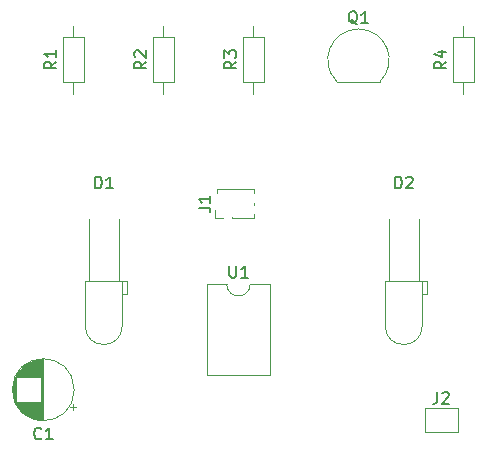
<source format=gbr>
%TF.GenerationSoftware,KiCad,Pcbnew,8.0.6*%
%TF.CreationDate,2025-05-05T14:00:36-04:00*%
%TF.ProjectId,blinkingLight,626c696e-6b69-46e6-974c-696768742e6b,rev?*%
%TF.SameCoordinates,Original*%
%TF.FileFunction,Legend,Top*%
%TF.FilePolarity,Positive*%
%FSLAX46Y46*%
G04 Gerber Fmt 4.6, Leading zero omitted, Abs format (unit mm)*
G04 Created by KiCad (PCBNEW 8.0.6) date 2025-05-05 14:00:36*
%MOMM*%
%LPD*%
G01*
G04 APERTURE LIST*
%ADD10C,0.150000*%
%ADD11C,0.120000*%
G04 APERTURE END LIST*
D10*
X109033333Y-120949580D02*
X108985714Y-120997200D01*
X108985714Y-120997200D02*
X108842857Y-121044819D01*
X108842857Y-121044819D02*
X108747619Y-121044819D01*
X108747619Y-121044819D02*
X108604762Y-120997200D01*
X108604762Y-120997200D02*
X108509524Y-120901961D01*
X108509524Y-120901961D02*
X108461905Y-120806723D01*
X108461905Y-120806723D02*
X108414286Y-120616247D01*
X108414286Y-120616247D02*
X108414286Y-120473390D01*
X108414286Y-120473390D02*
X108461905Y-120282914D01*
X108461905Y-120282914D02*
X108509524Y-120187676D01*
X108509524Y-120187676D02*
X108604762Y-120092438D01*
X108604762Y-120092438D02*
X108747619Y-120044819D01*
X108747619Y-120044819D02*
X108842857Y-120044819D01*
X108842857Y-120044819D02*
X108985714Y-120092438D01*
X108985714Y-120092438D02*
X109033333Y-120140057D01*
X109985714Y-121044819D02*
X109414286Y-121044819D01*
X109700000Y-121044819D02*
X109700000Y-120044819D01*
X109700000Y-120044819D02*
X109604762Y-120187676D01*
X109604762Y-120187676D02*
X109509524Y-120282914D01*
X109509524Y-120282914D02*
X109414286Y-120330533D01*
X143314819Y-89066666D02*
X142838628Y-89399999D01*
X143314819Y-89638094D02*
X142314819Y-89638094D01*
X142314819Y-89638094D02*
X142314819Y-89257142D01*
X142314819Y-89257142D02*
X142362438Y-89161904D01*
X142362438Y-89161904D02*
X142410057Y-89114285D01*
X142410057Y-89114285D02*
X142505295Y-89066666D01*
X142505295Y-89066666D02*
X142648152Y-89066666D01*
X142648152Y-89066666D02*
X142743390Y-89114285D01*
X142743390Y-89114285D02*
X142791009Y-89161904D01*
X142791009Y-89161904D02*
X142838628Y-89257142D01*
X142838628Y-89257142D02*
X142838628Y-89638094D01*
X142648152Y-88209523D02*
X143314819Y-88209523D01*
X142267200Y-88447618D02*
X142981485Y-88685713D01*
X142981485Y-88685713D02*
X142981485Y-88066666D01*
X110294819Y-89066666D02*
X109818628Y-89399999D01*
X110294819Y-89638094D02*
X109294819Y-89638094D01*
X109294819Y-89638094D02*
X109294819Y-89257142D01*
X109294819Y-89257142D02*
X109342438Y-89161904D01*
X109342438Y-89161904D02*
X109390057Y-89114285D01*
X109390057Y-89114285D02*
X109485295Y-89066666D01*
X109485295Y-89066666D02*
X109628152Y-89066666D01*
X109628152Y-89066666D02*
X109723390Y-89114285D01*
X109723390Y-89114285D02*
X109771009Y-89161904D01*
X109771009Y-89161904D02*
X109818628Y-89257142D01*
X109818628Y-89257142D02*
X109818628Y-89638094D01*
X110294819Y-88114285D02*
X110294819Y-88685713D01*
X110294819Y-88399999D02*
X109294819Y-88399999D01*
X109294819Y-88399999D02*
X109437676Y-88495237D01*
X109437676Y-88495237D02*
X109532914Y-88590475D01*
X109532914Y-88590475D02*
X109580533Y-88685713D01*
X117914819Y-89066666D02*
X117438628Y-89399999D01*
X117914819Y-89638094D02*
X116914819Y-89638094D01*
X116914819Y-89638094D02*
X116914819Y-89257142D01*
X116914819Y-89257142D02*
X116962438Y-89161904D01*
X116962438Y-89161904D02*
X117010057Y-89114285D01*
X117010057Y-89114285D02*
X117105295Y-89066666D01*
X117105295Y-89066666D02*
X117248152Y-89066666D01*
X117248152Y-89066666D02*
X117343390Y-89114285D01*
X117343390Y-89114285D02*
X117391009Y-89161904D01*
X117391009Y-89161904D02*
X117438628Y-89257142D01*
X117438628Y-89257142D02*
X117438628Y-89638094D01*
X117010057Y-88685713D02*
X116962438Y-88638094D01*
X116962438Y-88638094D02*
X116914819Y-88542856D01*
X116914819Y-88542856D02*
X116914819Y-88304761D01*
X116914819Y-88304761D02*
X116962438Y-88209523D01*
X116962438Y-88209523D02*
X117010057Y-88161904D01*
X117010057Y-88161904D02*
X117105295Y-88114285D01*
X117105295Y-88114285D02*
X117200533Y-88114285D01*
X117200533Y-88114285D02*
X117343390Y-88161904D01*
X117343390Y-88161904D02*
X117914819Y-88733332D01*
X117914819Y-88733332D02*
X117914819Y-88114285D01*
X125534819Y-89066666D02*
X125058628Y-89399999D01*
X125534819Y-89638094D02*
X124534819Y-89638094D01*
X124534819Y-89638094D02*
X124534819Y-89257142D01*
X124534819Y-89257142D02*
X124582438Y-89161904D01*
X124582438Y-89161904D02*
X124630057Y-89114285D01*
X124630057Y-89114285D02*
X124725295Y-89066666D01*
X124725295Y-89066666D02*
X124868152Y-89066666D01*
X124868152Y-89066666D02*
X124963390Y-89114285D01*
X124963390Y-89114285D02*
X125011009Y-89161904D01*
X125011009Y-89161904D02*
X125058628Y-89257142D01*
X125058628Y-89257142D02*
X125058628Y-89638094D01*
X124534819Y-88733332D02*
X124534819Y-88114285D01*
X124534819Y-88114285D02*
X124915771Y-88447618D01*
X124915771Y-88447618D02*
X124915771Y-88304761D01*
X124915771Y-88304761D02*
X124963390Y-88209523D01*
X124963390Y-88209523D02*
X125011009Y-88161904D01*
X125011009Y-88161904D02*
X125106247Y-88114285D01*
X125106247Y-88114285D02*
X125344342Y-88114285D01*
X125344342Y-88114285D02*
X125439580Y-88161904D01*
X125439580Y-88161904D02*
X125487200Y-88209523D01*
X125487200Y-88209523D02*
X125534819Y-88304761D01*
X125534819Y-88304761D02*
X125534819Y-88590475D01*
X125534819Y-88590475D02*
X125487200Y-88685713D01*
X125487200Y-88685713D02*
X125439580Y-88733332D01*
X122354819Y-101433333D02*
X123069104Y-101433333D01*
X123069104Y-101433333D02*
X123211961Y-101480952D01*
X123211961Y-101480952D02*
X123307200Y-101576190D01*
X123307200Y-101576190D02*
X123354819Y-101719047D01*
X123354819Y-101719047D02*
X123354819Y-101814285D01*
X123354819Y-100433333D02*
X123354819Y-101004761D01*
X123354819Y-100719047D02*
X122354819Y-100719047D01*
X122354819Y-100719047D02*
X122497676Y-100814285D01*
X122497676Y-100814285D02*
X122592914Y-100909523D01*
X122592914Y-100909523D02*
X122640533Y-101004761D01*
X124968095Y-106344819D02*
X124968095Y-107154342D01*
X124968095Y-107154342D02*
X125015714Y-107249580D01*
X125015714Y-107249580D02*
X125063333Y-107297200D01*
X125063333Y-107297200D02*
X125158571Y-107344819D01*
X125158571Y-107344819D02*
X125349047Y-107344819D01*
X125349047Y-107344819D02*
X125444285Y-107297200D01*
X125444285Y-107297200D02*
X125491904Y-107249580D01*
X125491904Y-107249580D02*
X125539523Y-107154342D01*
X125539523Y-107154342D02*
X125539523Y-106344819D01*
X126539523Y-107344819D02*
X125968095Y-107344819D01*
X126253809Y-107344819D02*
X126253809Y-106344819D01*
X126253809Y-106344819D02*
X126158571Y-106487676D01*
X126158571Y-106487676D02*
X126063333Y-106582914D01*
X126063333Y-106582914D02*
X125968095Y-106630533D01*
X142556666Y-117034819D02*
X142556666Y-117749104D01*
X142556666Y-117749104D02*
X142509047Y-117891961D01*
X142509047Y-117891961D02*
X142413809Y-117987200D01*
X142413809Y-117987200D02*
X142270952Y-118034819D01*
X142270952Y-118034819D02*
X142175714Y-118034819D01*
X142985238Y-117130057D02*
X143032857Y-117082438D01*
X143032857Y-117082438D02*
X143128095Y-117034819D01*
X143128095Y-117034819D02*
X143366190Y-117034819D01*
X143366190Y-117034819D02*
X143461428Y-117082438D01*
X143461428Y-117082438D02*
X143509047Y-117130057D01*
X143509047Y-117130057D02*
X143556666Y-117225295D01*
X143556666Y-117225295D02*
X143556666Y-117320533D01*
X143556666Y-117320533D02*
X143509047Y-117463390D01*
X143509047Y-117463390D02*
X142937619Y-118034819D01*
X142937619Y-118034819D02*
X143556666Y-118034819D01*
X113581905Y-99799819D02*
X113581905Y-98799819D01*
X113581905Y-98799819D02*
X113820000Y-98799819D01*
X113820000Y-98799819D02*
X113962857Y-98847438D01*
X113962857Y-98847438D02*
X114058095Y-98942676D01*
X114058095Y-98942676D02*
X114105714Y-99037914D01*
X114105714Y-99037914D02*
X114153333Y-99228390D01*
X114153333Y-99228390D02*
X114153333Y-99371247D01*
X114153333Y-99371247D02*
X114105714Y-99561723D01*
X114105714Y-99561723D02*
X114058095Y-99656961D01*
X114058095Y-99656961D02*
X113962857Y-99752200D01*
X113962857Y-99752200D02*
X113820000Y-99799819D01*
X113820000Y-99799819D02*
X113581905Y-99799819D01*
X115105714Y-99799819D02*
X114534286Y-99799819D01*
X114820000Y-99799819D02*
X114820000Y-98799819D01*
X114820000Y-98799819D02*
X114724762Y-98942676D01*
X114724762Y-98942676D02*
X114629524Y-99037914D01*
X114629524Y-99037914D02*
X114534286Y-99085533D01*
X138981905Y-99799819D02*
X138981905Y-98799819D01*
X138981905Y-98799819D02*
X139220000Y-98799819D01*
X139220000Y-98799819D02*
X139362857Y-98847438D01*
X139362857Y-98847438D02*
X139458095Y-98942676D01*
X139458095Y-98942676D02*
X139505714Y-99037914D01*
X139505714Y-99037914D02*
X139553333Y-99228390D01*
X139553333Y-99228390D02*
X139553333Y-99371247D01*
X139553333Y-99371247D02*
X139505714Y-99561723D01*
X139505714Y-99561723D02*
X139458095Y-99656961D01*
X139458095Y-99656961D02*
X139362857Y-99752200D01*
X139362857Y-99752200D02*
X139220000Y-99799819D01*
X139220000Y-99799819D02*
X138981905Y-99799819D01*
X139934286Y-98895057D02*
X139981905Y-98847438D01*
X139981905Y-98847438D02*
X140077143Y-98799819D01*
X140077143Y-98799819D02*
X140315238Y-98799819D01*
X140315238Y-98799819D02*
X140410476Y-98847438D01*
X140410476Y-98847438D02*
X140458095Y-98895057D01*
X140458095Y-98895057D02*
X140505714Y-98990295D01*
X140505714Y-98990295D02*
X140505714Y-99085533D01*
X140505714Y-99085533D02*
X140458095Y-99228390D01*
X140458095Y-99228390D02*
X139886667Y-99799819D01*
X139886667Y-99799819D02*
X140505714Y-99799819D01*
X135794761Y-85890057D02*
X135699523Y-85842438D01*
X135699523Y-85842438D02*
X135604285Y-85747200D01*
X135604285Y-85747200D02*
X135461428Y-85604342D01*
X135461428Y-85604342D02*
X135366190Y-85556723D01*
X135366190Y-85556723D02*
X135270952Y-85556723D01*
X135318571Y-85794819D02*
X135223333Y-85747200D01*
X135223333Y-85747200D02*
X135128095Y-85651961D01*
X135128095Y-85651961D02*
X135080476Y-85461485D01*
X135080476Y-85461485D02*
X135080476Y-85128152D01*
X135080476Y-85128152D02*
X135128095Y-84937676D01*
X135128095Y-84937676D02*
X135223333Y-84842438D01*
X135223333Y-84842438D02*
X135318571Y-84794819D01*
X135318571Y-84794819D02*
X135509047Y-84794819D01*
X135509047Y-84794819D02*
X135604285Y-84842438D01*
X135604285Y-84842438D02*
X135699523Y-84937676D01*
X135699523Y-84937676D02*
X135747142Y-85128152D01*
X135747142Y-85128152D02*
X135747142Y-85461485D01*
X135747142Y-85461485D02*
X135699523Y-85651961D01*
X135699523Y-85651961D02*
X135604285Y-85747200D01*
X135604285Y-85747200D02*
X135509047Y-85794819D01*
X135509047Y-85794819D02*
X135318571Y-85794819D01*
X136699523Y-85794819D02*
X136128095Y-85794819D01*
X136413809Y-85794819D02*
X136413809Y-84794819D01*
X136413809Y-84794819D02*
X136318571Y-84937676D01*
X136318571Y-84937676D02*
X136223333Y-85032914D01*
X136223333Y-85032914D02*
X136128095Y-85080533D01*
D11*
%TO.C,C1*%
X112004775Y-118315000D02*
X111504775Y-118315000D01*
X111754775Y-118565000D02*
X111754775Y-118065000D01*
X109200000Y-119420000D02*
X109200000Y-114260000D01*
X109160000Y-119420000D02*
X109160000Y-114260000D01*
X109120000Y-119419000D02*
X109120000Y-114261000D01*
X109080000Y-119418000D02*
X109080000Y-114262000D01*
X109040000Y-119416000D02*
X109040000Y-114264000D01*
X109000000Y-119413000D02*
X109000000Y-114267000D01*
X108960000Y-119409000D02*
X108960000Y-117880000D01*
X108960000Y-115800000D02*
X108960000Y-114271000D01*
X108920000Y-119405000D02*
X108920000Y-117880000D01*
X108920000Y-115800000D02*
X108920000Y-114275000D01*
X108880000Y-119401000D02*
X108880000Y-117880000D01*
X108880000Y-115800000D02*
X108880000Y-114279000D01*
X108840000Y-119396000D02*
X108840000Y-117880000D01*
X108840000Y-115800000D02*
X108840000Y-114284000D01*
X108800000Y-119390000D02*
X108800000Y-117880000D01*
X108800000Y-115800000D02*
X108800000Y-114290000D01*
X108760000Y-119383000D02*
X108760000Y-117880000D01*
X108760000Y-115800000D02*
X108760000Y-114297000D01*
X108720000Y-119376000D02*
X108720000Y-117880000D01*
X108720000Y-115800000D02*
X108720000Y-114304000D01*
X108680000Y-119368000D02*
X108680000Y-117880000D01*
X108680000Y-115800000D02*
X108680000Y-114312000D01*
X108640000Y-119360000D02*
X108640000Y-117880000D01*
X108640000Y-115800000D02*
X108640000Y-114320000D01*
X108600000Y-119351000D02*
X108600000Y-117880000D01*
X108600000Y-115800000D02*
X108600000Y-114329000D01*
X108560000Y-119341000D02*
X108560000Y-117880000D01*
X108560000Y-115800000D02*
X108560000Y-114339000D01*
X108520000Y-119331000D02*
X108520000Y-117880000D01*
X108520000Y-115800000D02*
X108520000Y-114349000D01*
X108479000Y-119320000D02*
X108479000Y-117880000D01*
X108479000Y-115800000D02*
X108479000Y-114360000D01*
X108439000Y-119308000D02*
X108439000Y-117880000D01*
X108439000Y-115800000D02*
X108439000Y-114372000D01*
X108399000Y-119295000D02*
X108399000Y-117880000D01*
X108399000Y-115800000D02*
X108399000Y-114385000D01*
X108359000Y-119282000D02*
X108359000Y-117880000D01*
X108359000Y-115800000D02*
X108359000Y-114398000D01*
X108319000Y-119268000D02*
X108319000Y-117880000D01*
X108319000Y-115800000D02*
X108319000Y-114412000D01*
X108279000Y-119254000D02*
X108279000Y-117880000D01*
X108279000Y-115800000D02*
X108279000Y-114426000D01*
X108239000Y-119238000D02*
X108239000Y-117880000D01*
X108239000Y-115800000D02*
X108239000Y-114442000D01*
X108199000Y-119222000D02*
X108199000Y-117880000D01*
X108199000Y-115800000D02*
X108199000Y-114458000D01*
X108159000Y-119205000D02*
X108159000Y-117880000D01*
X108159000Y-115800000D02*
X108159000Y-114475000D01*
X108119000Y-119188000D02*
X108119000Y-117880000D01*
X108119000Y-115800000D02*
X108119000Y-114492000D01*
X108079000Y-119169000D02*
X108079000Y-117880000D01*
X108079000Y-115800000D02*
X108079000Y-114511000D01*
X108039000Y-119150000D02*
X108039000Y-117880000D01*
X108039000Y-115800000D02*
X108039000Y-114530000D01*
X107999000Y-119130000D02*
X107999000Y-117880000D01*
X107999000Y-115800000D02*
X107999000Y-114550000D01*
X107959000Y-119108000D02*
X107959000Y-117880000D01*
X107959000Y-115800000D02*
X107959000Y-114572000D01*
X107919000Y-119087000D02*
X107919000Y-117880000D01*
X107919000Y-115800000D02*
X107919000Y-114593000D01*
X107879000Y-119064000D02*
X107879000Y-117880000D01*
X107879000Y-115800000D02*
X107879000Y-114616000D01*
X107839000Y-119040000D02*
X107839000Y-117880000D01*
X107839000Y-115800000D02*
X107839000Y-114640000D01*
X107799000Y-119015000D02*
X107799000Y-117880000D01*
X107799000Y-115800000D02*
X107799000Y-114665000D01*
X107759000Y-118989000D02*
X107759000Y-117880000D01*
X107759000Y-115800000D02*
X107759000Y-114691000D01*
X107719000Y-118962000D02*
X107719000Y-117880000D01*
X107719000Y-115800000D02*
X107719000Y-114718000D01*
X107679000Y-118935000D02*
X107679000Y-117880000D01*
X107679000Y-115800000D02*
X107679000Y-114745000D01*
X107639000Y-118905000D02*
X107639000Y-117880000D01*
X107639000Y-115800000D02*
X107639000Y-114775000D01*
X107599000Y-118875000D02*
X107599000Y-117880000D01*
X107599000Y-115800000D02*
X107599000Y-114805000D01*
X107559000Y-118844000D02*
X107559000Y-117880000D01*
X107559000Y-115800000D02*
X107559000Y-114836000D01*
X107519000Y-118811000D02*
X107519000Y-117880000D01*
X107519000Y-115800000D02*
X107519000Y-114869000D01*
X107479000Y-118777000D02*
X107479000Y-117880000D01*
X107479000Y-115800000D02*
X107479000Y-114903000D01*
X107439000Y-118741000D02*
X107439000Y-117880000D01*
X107439000Y-115800000D02*
X107439000Y-114939000D01*
X107399000Y-118704000D02*
X107399000Y-117880000D01*
X107399000Y-115800000D02*
X107399000Y-114976000D01*
X107359000Y-118666000D02*
X107359000Y-117880000D01*
X107359000Y-115800000D02*
X107359000Y-115014000D01*
X107319000Y-118625000D02*
X107319000Y-117880000D01*
X107319000Y-115800000D02*
X107319000Y-115055000D01*
X107279000Y-118583000D02*
X107279000Y-117880000D01*
X107279000Y-115800000D02*
X107279000Y-115097000D01*
X107239000Y-118539000D02*
X107239000Y-117880000D01*
X107239000Y-115800000D02*
X107239000Y-115141000D01*
X107199000Y-118493000D02*
X107199000Y-117880000D01*
X107199000Y-115800000D02*
X107199000Y-115187000D01*
X107159000Y-118445000D02*
X107159000Y-117880000D01*
X107159000Y-115800000D02*
X107159000Y-115235000D01*
X107119000Y-118394000D02*
X107119000Y-117880000D01*
X107119000Y-115800000D02*
X107119000Y-115286000D01*
X107079000Y-118340000D02*
X107079000Y-117880000D01*
X107079000Y-115800000D02*
X107079000Y-115340000D01*
X107039000Y-118283000D02*
X107039000Y-117880000D01*
X107039000Y-115800000D02*
X107039000Y-115397000D01*
X106999000Y-118223000D02*
X106999000Y-117880000D01*
X106999000Y-115800000D02*
X106999000Y-115457000D01*
X106959000Y-118159000D02*
X106959000Y-117880000D01*
X106959000Y-115800000D02*
X106959000Y-115521000D01*
X106919000Y-118091000D02*
X106919000Y-117880000D01*
X106919000Y-115800000D02*
X106919000Y-115589000D01*
X106879000Y-118018000D02*
X106879000Y-115662000D01*
X106839000Y-117938000D02*
X106839000Y-115742000D01*
X106799000Y-117851000D02*
X106799000Y-115829000D01*
X106759000Y-117755000D02*
X106759000Y-115925000D01*
X106719000Y-117645000D02*
X106719000Y-116035000D01*
X106679000Y-117517000D02*
X106679000Y-116163000D01*
X106639000Y-117358000D02*
X106639000Y-116322000D01*
X106599000Y-117124000D02*
X106599000Y-116556000D01*
X111820000Y-116840000D02*
G75*
G02*
X106580000Y-116840000I-2620000J0D01*
G01*
X106580000Y-116840000D02*
G75*
G02*
X111820000Y-116840000I2620000J0D01*
G01*
%TO.C,R4*%
X144780000Y-91770000D02*
X144780000Y-90820000D01*
X143860000Y-90820000D02*
X145700000Y-90820000D01*
X145700000Y-90820000D02*
X145700000Y-86980000D01*
X143860000Y-86980000D02*
X143860000Y-90820000D01*
X145700000Y-86980000D02*
X143860000Y-86980000D01*
X144780000Y-86030000D02*
X144780000Y-86980000D01*
%TO.C,R1*%
X111760000Y-91770000D02*
X111760000Y-90820000D01*
X110840000Y-90820000D02*
X112680000Y-90820000D01*
X112680000Y-90820000D02*
X112680000Y-86980000D01*
X110840000Y-86980000D02*
X110840000Y-90820000D01*
X112680000Y-86980000D02*
X110840000Y-86980000D01*
X111760000Y-86030000D02*
X111760000Y-86980000D01*
%TO.C,R2*%
X119380000Y-91770000D02*
X119380000Y-90820000D01*
X118460000Y-90820000D02*
X120300000Y-90820000D01*
X120300000Y-90820000D02*
X120300000Y-86980000D01*
X118460000Y-86980000D02*
X118460000Y-90820000D01*
X120300000Y-86980000D02*
X118460000Y-86980000D01*
X119380000Y-86030000D02*
X119380000Y-86980000D01*
%TO.C,R3*%
X127000000Y-86030000D02*
X127000000Y-86980000D01*
X127920000Y-86980000D02*
X126080000Y-86980000D01*
X126080000Y-86980000D02*
X126080000Y-90820000D01*
X127920000Y-90820000D02*
X127920000Y-86980000D01*
X126080000Y-90820000D02*
X127920000Y-90820000D01*
X127000000Y-91770000D02*
X127000000Y-90820000D01*
%TO.C,J1*%
X123775000Y-102310000D02*
X123775000Y-101600000D01*
X124460000Y-102310000D02*
X123775000Y-102310000D01*
X125145000Y-102310000D02*
X127020000Y-102310000D01*
X125145000Y-102310000D02*
X125145000Y-102208276D01*
X127020000Y-102310000D02*
X127020000Y-101994493D01*
X127020000Y-101205507D02*
X127020000Y-100994493D01*
X123900000Y-100205507D02*
X123900000Y-99890000D01*
X127020000Y-100205507D02*
X127020000Y-99890000D01*
X123900000Y-99890000D02*
X127020000Y-99890000D01*
%TO.C,U1*%
X123080000Y-107890000D02*
X123080000Y-115630000D01*
X123080000Y-115630000D02*
X128380000Y-115630000D01*
X124730000Y-107890000D02*
X123080000Y-107890000D01*
X128380000Y-107890000D02*
X126730000Y-107890000D01*
X128380000Y-115630000D02*
X128380000Y-107890000D01*
X126730000Y-107890000D02*
G75*
G02*
X124730000Y-107890000I-1000000J0D01*
G01*
%TO.C,J2*%
X141490000Y-118380000D02*
X144290000Y-118380000D01*
X141490000Y-120380000D02*
X141490000Y-118380000D01*
X144290000Y-118380000D02*
X144290000Y-120380000D01*
X144290000Y-120380000D02*
X141490000Y-120380000D01*
%TO.C,D1*%
X112760000Y-107595000D02*
X112760000Y-111455000D01*
X112760000Y-107595000D02*
X115880000Y-107595000D01*
X113050000Y-102385000D02*
X113050000Y-102385000D01*
X113050000Y-102385000D02*
X113050000Y-107595000D01*
X113050000Y-107595000D02*
X113050000Y-102385000D01*
X113050000Y-107595000D02*
X113050000Y-107595000D01*
X115590000Y-102385000D02*
X115590000Y-102385000D01*
X115590000Y-102385000D02*
X115590000Y-107595000D01*
X115590000Y-107595000D02*
X115590000Y-102385000D01*
X115590000Y-107595000D02*
X115590000Y-107595000D01*
X115880000Y-107595000D02*
X115880000Y-111455000D01*
X115880000Y-107595000D02*
X116280000Y-107595000D01*
X115880000Y-108715000D02*
X115880000Y-107595000D01*
X116280000Y-107595000D02*
X116280000Y-108715000D01*
X116280000Y-108715000D02*
X115880000Y-108715000D01*
X115880000Y-111455000D02*
G75*
G02*
X112760000Y-111455000I-1560000J0D01*
G01*
%TO.C,D2*%
X138160000Y-107595000D02*
X138160000Y-111455000D01*
X138160000Y-107595000D02*
X141280000Y-107595000D01*
X138450000Y-102385000D02*
X138450000Y-102385000D01*
X138450000Y-102385000D02*
X138450000Y-107595000D01*
X138450000Y-107595000D02*
X138450000Y-102385000D01*
X138450000Y-107595000D02*
X138450000Y-107595000D01*
X140990000Y-102385000D02*
X140990000Y-102385000D01*
X140990000Y-102385000D02*
X140990000Y-107595000D01*
X140990000Y-107595000D02*
X140990000Y-102385000D01*
X140990000Y-107595000D02*
X140990000Y-107595000D01*
X141280000Y-107595000D02*
X141280000Y-111455000D01*
X141280000Y-107595000D02*
X141680000Y-107595000D01*
X141280000Y-108715000D02*
X141280000Y-107595000D01*
X141680000Y-107595000D02*
X141680000Y-108715000D01*
X141680000Y-108715000D02*
X141280000Y-108715000D01*
X141280000Y-111455000D02*
G75*
G02*
X138160000Y-111455000I-1560000J0D01*
G01*
%TO.C,Q1*%
X134090000Y-90750000D02*
X137690000Y-90750000D01*
X134051522Y-90738478D02*
G75*
G02*
X135890000Y-86299999I1838478J1838478D01*
G01*
X135890000Y-86300000D02*
G75*
G02*
X137728478Y-90738478I0J-2600000D01*
G01*
%TD*%
M02*

</source>
